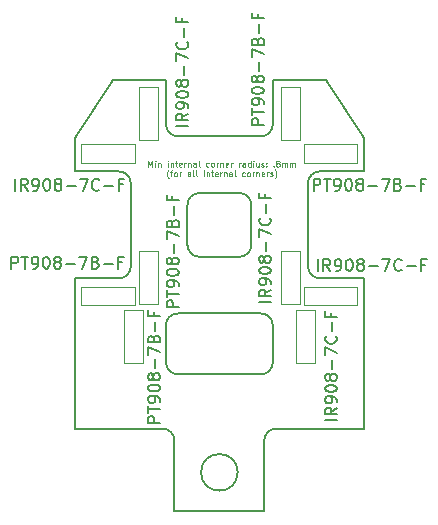
<source format=gbr>
%TF.GenerationSoftware,KiCad,Pcbnew,(6.0.7)*%
%TF.CreationDate,2022-08-28T13:45:58-07:00*%
%TF.ProjectId,cluster,636c7573-7465-4722-9e6b-696361645f70,rev?*%
%TF.SameCoordinates,Original*%
%TF.FileFunction,AssemblyDrawing,Top*%
%FSLAX46Y46*%
G04 Gerber Fmt 4.6, Leading zero omitted, Abs format (unit mm)*
G04 Created by KiCad (PCBNEW (6.0.7)) date 2022-08-28 13:45:58*
%MOMM*%
%LPD*%
G01*
G04 APERTURE LIST*
%ADD10C,0.200000*%
%ADD11C,0.125000*%
%ADD12C,0.150000*%
%ADD13C,0.100000*%
G04 APERTURE END LIST*
D10*
X169950000Y-79075000D02*
G75*
G03*
X170950000Y-80075000I1000000J0D01*
G01*
X170950000Y-80075000D02*
X174700000Y-80075000D01*
X174700000Y-80075000D02*
X174700000Y-92800000D01*
X157925000Y-87200000D02*
G75*
G03*
X158925000Y-88200000I1000000J0D01*
G01*
X157925000Y-87200000D02*
X157925000Y-84050000D01*
X158925000Y-83050000D02*
G75*
G03*
X157925000Y-84050000I0J-1000000D01*
G01*
X174700000Y-92800000D02*
X167250000Y-92800000D01*
X167250000Y-92800000D02*
G75*
G03*
X166250000Y-93800000I0J-1000000D01*
G01*
X166250000Y-93800000D02*
X166250000Y-99800000D01*
X153413088Y-63300000D02*
X157925000Y-63300000D01*
X157925000Y-63300000D02*
X157925000Y-67050000D01*
X157925000Y-67050000D02*
G75*
G03*
X158925000Y-68050000I1000000J0D01*
G01*
X166250000Y-99800000D02*
X158650000Y-99800000D01*
X158650000Y-99800000D02*
X158650000Y-93800000D01*
X158650000Y-93800000D02*
G75*
G03*
X157650000Y-92800000I-1000000J0D01*
G01*
X160750000Y-72850000D02*
X164150000Y-72850000D01*
X165150000Y-73850000D02*
G75*
G03*
X164150000Y-72850000I-1000000J0D01*
G01*
X165150000Y-73850000D02*
X165150000Y-77250000D01*
X164000000Y-96500000D02*
G75*
G03*
X164000000Y-96500000I-1550000J0D01*
G01*
X159750000Y-77250000D02*
G75*
G03*
X160750000Y-78250000I1000000J0D01*
G01*
X160750000Y-72850000D02*
G75*
G03*
X159750000Y-73850000I0J-1000000D01*
G01*
X166975000Y-63300000D02*
X171486911Y-63300000D01*
D11*
X156447619Y-70623690D02*
X156447619Y-70123690D01*
X156614285Y-70480833D01*
X156780952Y-70123690D01*
X156780952Y-70623690D01*
X157019047Y-70623690D02*
X157019047Y-70290357D01*
X157019047Y-70123690D02*
X156995238Y-70147500D01*
X157019047Y-70171309D01*
X157042857Y-70147500D01*
X157019047Y-70123690D01*
X157019047Y-70171309D01*
X157257142Y-70290357D02*
X157257142Y-70623690D01*
X157257142Y-70337976D02*
X157280952Y-70314166D01*
X157328571Y-70290357D01*
X157400000Y-70290357D01*
X157447619Y-70314166D01*
X157471428Y-70361785D01*
X157471428Y-70623690D01*
X158090476Y-70623690D02*
X158090476Y-70290357D01*
X158090476Y-70123690D02*
X158066666Y-70147500D01*
X158090476Y-70171309D01*
X158114285Y-70147500D01*
X158090476Y-70123690D01*
X158090476Y-70171309D01*
X158328571Y-70290357D02*
X158328571Y-70623690D01*
X158328571Y-70337976D02*
X158352380Y-70314166D01*
X158400000Y-70290357D01*
X158471428Y-70290357D01*
X158519047Y-70314166D01*
X158542857Y-70361785D01*
X158542857Y-70623690D01*
X158709523Y-70290357D02*
X158900000Y-70290357D01*
X158780952Y-70123690D02*
X158780952Y-70552261D01*
X158804761Y-70599880D01*
X158852380Y-70623690D01*
X158900000Y-70623690D01*
X159257142Y-70599880D02*
X159209523Y-70623690D01*
X159114285Y-70623690D01*
X159066666Y-70599880D01*
X159042857Y-70552261D01*
X159042857Y-70361785D01*
X159066666Y-70314166D01*
X159114285Y-70290357D01*
X159209523Y-70290357D01*
X159257142Y-70314166D01*
X159280952Y-70361785D01*
X159280952Y-70409404D01*
X159042857Y-70457023D01*
X159495238Y-70623690D02*
X159495238Y-70290357D01*
X159495238Y-70385595D02*
X159519047Y-70337976D01*
X159542857Y-70314166D01*
X159590476Y-70290357D01*
X159638095Y-70290357D01*
X159804761Y-70290357D02*
X159804761Y-70623690D01*
X159804761Y-70337976D02*
X159828571Y-70314166D01*
X159876190Y-70290357D01*
X159947619Y-70290357D01*
X159995238Y-70314166D01*
X160019047Y-70361785D01*
X160019047Y-70623690D01*
X160471428Y-70623690D02*
X160471428Y-70361785D01*
X160447619Y-70314166D01*
X160400000Y-70290357D01*
X160304761Y-70290357D01*
X160257142Y-70314166D01*
X160471428Y-70599880D02*
X160423809Y-70623690D01*
X160304761Y-70623690D01*
X160257142Y-70599880D01*
X160233333Y-70552261D01*
X160233333Y-70504642D01*
X160257142Y-70457023D01*
X160304761Y-70433214D01*
X160423809Y-70433214D01*
X160471428Y-70409404D01*
X160780952Y-70623690D02*
X160733333Y-70599880D01*
X160709523Y-70552261D01*
X160709523Y-70123690D01*
X161566666Y-70599880D02*
X161519047Y-70623690D01*
X161423809Y-70623690D01*
X161376190Y-70599880D01*
X161352380Y-70576071D01*
X161328571Y-70528452D01*
X161328571Y-70385595D01*
X161352380Y-70337976D01*
X161376190Y-70314166D01*
X161423809Y-70290357D01*
X161519047Y-70290357D01*
X161566666Y-70314166D01*
X161852380Y-70623690D02*
X161804761Y-70599880D01*
X161780952Y-70576071D01*
X161757142Y-70528452D01*
X161757142Y-70385595D01*
X161780952Y-70337976D01*
X161804761Y-70314166D01*
X161852380Y-70290357D01*
X161923809Y-70290357D01*
X161971428Y-70314166D01*
X161995238Y-70337976D01*
X162019047Y-70385595D01*
X162019047Y-70528452D01*
X161995238Y-70576071D01*
X161971428Y-70599880D01*
X161923809Y-70623690D01*
X161852380Y-70623690D01*
X162233333Y-70623690D02*
X162233333Y-70290357D01*
X162233333Y-70385595D02*
X162257142Y-70337976D01*
X162280952Y-70314166D01*
X162328571Y-70290357D01*
X162376190Y-70290357D01*
X162542857Y-70290357D02*
X162542857Y-70623690D01*
X162542857Y-70337976D02*
X162566666Y-70314166D01*
X162614285Y-70290357D01*
X162685714Y-70290357D01*
X162733333Y-70314166D01*
X162757142Y-70361785D01*
X162757142Y-70623690D01*
X163185714Y-70599880D02*
X163138095Y-70623690D01*
X163042857Y-70623690D01*
X162995238Y-70599880D01*
X162971428Y-70552261D01*
X162971428Y-70361785D01*
X162995238Y-70314166D01*
X163042857Y-70290357D01*
X163138095Y-70290357D01*
X163185714Y-70314166D01*
X163209523Y-70361785D01*
X163209523Y-70409404D01*
X162971428Y-70457023D01*
X163423809Y-70623690D02*
X163423809Y-70290357D01*
X163423809Y-70385595D02*
X163447619Y-70337976D01*
X163471428Y-70314166D01*
X163519047Y-70290357D01*
X163566666Y-70290357D01*
X164114285Y-70623690D02*
X164114285Y-70290357D01*
X164114285Y-70385595D02*
X164138095Y-70337976D01*
X164161904Y-70314166D01*
X164209523Y-70290357D01*
X164257142Y-70290357D01*
X164638095Y-70623690D02*
X164638095Y-70361785D01*
X164614285Y-70314166D01*
X164566666Y-70290357D01*
X164471428Y-70290357D01*
X164423809Y-70314166D01*
X164638095Y-70599880D02*
X164590476Y-70623690D01*
X164471428Y-70623690D01*
X164423809Y-70599880D01*
X164400000Y-70552261D01*
X164400000Y-70504642D01*
X164423809Y-70457023D01*
X164471428Y-70433214D01*
X164590476Y-70433214D01*
X164638095Y-70409404D01*
X165090476Y-70623690D02*
X165090476Y-70123690D01*
X165090476Y-70599880D02*
X165042857Y-70623690D01*
X164947619Y-70623690D01*
X164900000Y-70599880D01*
X164876190Y-70576071D01*
X164852380Y-70528452D01*
X164852380Y-70385595D01*
X164876190Y-70337976D01*
X164900000Y-70314166D01*
X164947619Y-70290357D01*
X165042857Y-70290357D01*
X165090476Y-70314166D01*
X165328571Y-70623690D02*
X165328571Y-70290357D01*
X165328571Y-70123690D02*
X165304761Y-70147500D01*
X165328571Y-70171309D01*
X165352380Y-70147500D01*
X165328571Y-70123690D01*
X165328571Y-70171309D01*
X165780952Y-70290357D02*
X165780952Y-70623690D01*
X165566666Y-70290357D02*
X165566666Y-70552261D01*
X165590476Y-70599880D01*
X165638095Y-70623690D01*
X165709523Y-70623690D01*
X165757142Y-70599880D01*
X165780952Y-70576071D01*
X165995238Y-70599880D02*
X166042857Y-70623690D01*
X166138095Y-70623690D01*
X166185714Y-70599880D01*
X166209523Y-70552261D01*
X166209523Y-70528452D01*
X166185714Y-70480833D01*
X166138095Y-70457023D01*
X166066666Y-70457023D01*
X166019047Y-70433214D01*
X165995238Y-70385595D01*
X165995238Y-70361785D01*
X166019047Y-70314166D01*
X166066666Y-70290357D01*
X166138095Y-70290357D01*
X166185714Y-70314166D01*
X166423809Y-70576071D02*
X166447619Y-70599880D01*
X166423809Y-70623690D01*
X166400000Y-70599880D01*
X166423809Y-70576071D01*
X166423809Y-70623690D01*
X166423809Y-70314166D02*
X166447619Y-70337976D01*
X166423809Y-70361785D01*
X166400000Y-70337976D01*
X166423809Y-70314166D01*
X166423809Y-70361785D01*
X167042857Y-70576071D02*
X167066666Y-70599880D01*
X167042857Y-70623690D01*
X167019047Y-70599880D01*
X167042857Y-70576071D01*
X167042857Y-70623690D01*
X167352380Y-70337976D02*
X167304761Y-70314166D01*
X167280952Y-70290357D01*
X167257142Y-70242738D01*
X167257142Y-70218928D01*
X167280952Y-70171309D01*
X167304761Y-70147500D01*
X167352380Y-70123690D01*
X167447619Y-70123690D01*
X167495238Y-70147500D01*
X167519047Y-70171309D01*
X167542857Y-70218928D01*
X167542857Y-70242738D01*
X167519047Y-70290357D01*
X167495238Y-70314166D01*
X167447619Y-70337976D01*
X167352380Y-70337976D01*
X167304761Y-70361785D01*
X167280952Y-70385595D01*
X167257142Y-70433214D01*
X167257142Y-70528452D01*
X167280952Y-70576071D01*
X167304761Y-70599880D01*
X167352380Y-70623690D01*
X167447619Y-70623690D01*
X167495238Y-70599880D01*
X167519047Y-70576071D01*
X167542857Y-70528452D01*
X167542857Y-70433214D01*
X167519047Y-70385595D01*
X167495238Y-70361785D01*
X167447619Y-70337976D01*
X167757142Y-70623690D02*
X167757142Y-70290357D01*
X167757142Y-70337976D02*
X167780952Y-70314166D01*
X167828571Y-70290357D01*
X167900000Y-70290357D01*
X167947619Y-70314166D01*
X167971428Y-70361785D01*
X167971428Y-70623690D01*
X167971428Y-70361785D02*
X167995238Y-70314166D01*
X168042857Y-70290357D01*
X168114285Y-70290357D01*
X168161904Y-70314166D01*
X168185714Y-70361785D01*
X168185714Y-70623690D01*
X168423809Y-70623690D02*
X168423809Y-70290357D01*
X168423809Y-70337976D02*
X168447619Y-70314166D01*
X168495238Y-70290357D01*
X168566666Y-70290357D01*
X168614285Y-70314166D01*
X168638095Y-70361785D01*
X168638095Y-70623690D01*
X168638095Y-70361785D02*
X168661904Y-70314166D01*
X168709523Y-70290357D01*
X168780952Y-70290357D01*
X168828571Y-70314166D01*
X168852380Y-70361785D01*
X168852380Y-70623690D01*
X158161904Y-71619166D02*
X158138095Y-71595357D01*
X158090476Y-71523928D01*
X158066666Y-71476309D01*
X158042857Y-71404880D01*
X158019047Y-71285833D01*
X158019047Y-71190595D01*
X158042857Y-71071547D01*
X158066666Y-71000119D01*
X158090476Y-70952500D01*
X158138095Y-70881071D01*
X158161904Y-70857261D01*
X158280952Y-71095357D02*
X158471428Y-71095357D01*
X158352380Y-71428690D02*
X158352380Y-71000119D01*
X158376190Y-70952500D01*
X158423809Y-70928690D01*
X158471428Y-70928690D01*
X158709523Y-71428690D02*
X158661904Y-71404880D01*
X158638095Y-71381071D01*
X158614285Y-71333452D01*
X158614285Y-71190595D01*
X158638095Y-71142976D01*
X158661904Y-71119166D01*
X158709523Y-71095357D01*
X158780952Y-71095357D01*
X158828571Y-71119166D01*
X158852380Y-71142976D01*
X158876190Y-71190595D01*
X158876190Y-71333452D01*
X158852380Y-71381071D01*
X158828571Y-71404880D01*
X158780952Y-71428690D01*
X158709523Y-71428690D01*
X159090476Y-71428690D02*
X159090476Y-71095357D01*
X159090476Y-71190595D02*
X159114285Y-71142976D01*
X159138095Y-71119166D01*
X159185714Y-71095357D01*
X159233333Y-71095357D01*
X159995238Y-71428690D02*
X159995238Y-71166785D01*
X159971428Y-71119166D01*
X159923809Y-71095357D01*
X159828571Y-71095357D01*
X159780952Y-71119166D01*
X159995238Y-71404880D02*
X159947619Y-71428690D01*
X159828571Y-71428690D01*
X159780952Y-71404880D01*
X159757142Y-71357261D01*
X159757142Y-71309642D01*
X159780952Y-71262023D01*
X159828571Y-71238214D01*
X159947619Y-71238214D01*
X159995238Y-71214404D01*
X160304761Y-71428690D02*
X160257142Y-71404880D01*
X160233333Y-71357261D01*
X160233333Y-70928690D01*
X160566666Y-71428690D02*
X160519047Y-71404880D01*
X160495238Y-71357261D01*
X160495238Y-70928690D01*
X161138095Y-71428690D02*
X161138095Y-71095357D01*
X161138095Y-70928690D02*
X161114285Y-70952500D01*
X161138095Y-70976309D01*
X161161904Y-70952500D01*
X161138095Y-70928690D01*
X161138095Y-70976309D01*
X161376190Y-71095357D02*
X161376190Y-71428690D01*
X161376190Y-71142976D02*
X161400000Y-71119166D01*
X161447619Y-71095357D01*
X161519047Y-71095357D01*
X161566666Y-71119166D01*
X161590476Y-71166785D01*
X161590476Y-71428690D01*
X161757142Y-71095357D02*
X161947619Y-71095357D01*
X161828571Y-70928690D02*
X161828571Y-71357261D01*
X161852380Y-71404880D01*
X161900000Y-71428690D01*
X161947619Y-71428690D01*
X162304761Y-71404880D02*
X162257142Y-71428690D01*
X162161904Y-71428690D01*
X162114285Y-71404880D01*
X162090476Y-71357261D01*
X162090476Y-71166785D01*
X162114285Y-71119166D01*
X162161904Y-71095357D01*
X162257142Y-71095357D01*
X162304761Y-71119166D01*
X162328571Y-71166785D01*
X162328571Y-71214404D01*
X162090476Y-71262023D01*
X162542857Y-71428690D02*
X162542857Y-71095357D01*
X162542857Y-71190595D02*
X162566666Y-71142976D01*
X162590476Y-71119166D01*
X162638095Y-71095357D01*
X162685714Y-71095357D01*
X162852380Y-71095357D02*
X162852380Y-71428690D01*
X162852380Y-71142976D02*
X162876190Y-71119166D01*
X162923809Y-71095357D01*
X162995238Y-71095357D01*
X163042857Y-71119166D01*
X163066666Y-71166785D01*
X163066666Y-71428690D01*
X163519047Y-71428690D02*
X163519047Y-71166785D01*
X163495238Y-71119166D01*
X163447619Y-71095357D01*
X163352380Y-71095357D01*
X163304761Y-71119166D01*
X163519047Y-71404880D02*
X163471428Y-71428690D01*
X163352380Y-71428690D01*
X163304761Y-71404880D01*
X163280952Y-71357261D01*
X163280952Y-71309642D01*
X163304761Y-71262023D01*
X163352380Y-71238214D01*
X163471428Y-71238214D01*
X163519047Y-71214404D01*
X163828571Y-71428690D02*
X163780952Y-71404880D01*
X163757142Y-71357261D01*
X163757142Y-70928690D01*
X164614285Y-71404880D02*
X164566666Y-71428690D01*
X164471428Y-71428690D01*
X164423809Y-71404880D01*
X164400000Y-71381071D01*
X164376190Y-71333452D01*
X164376190Y-71190595D01*
X164400000Y-71142976D01*
X164423809Y-71119166D01*
X164471428Y-71095357D01*
X164566666Y-71095357D01*
X164614285Y-71119166D01*
X164900000Y-71428690D02*
X164852380Y-71404880D01*
X164828571Y-71381071D01*
X164804761Y-71333452D01*
X164804761Y-71190595D01*
X164828571Y-71142976D01*
X164852380Y-71119166D01*
X164900000Y-71095357D01*
X164971428Y-71095357D01*
X165019047Y-71119166D01*
X165042857Y-71142976D01*
X165066666Y-71190595D01*
X165066666Y-71333452D01*
X165042857Y-71381071D01*
X165019047Y-71404880D01*
X164971428Y-71428690D01*
X164900000Y-71428690D01*
X165280952Y-71428690D02*
X165280952Y-71095357D01*
X165280952Y-71190595D02*
X165304761Y-71142976D01*
X165328571Y-71119166D01*
X165376190Y-71095357D01*
X165423809Y-71095357D01*
X165590476Y-71095357D02*
X165590476Y-71428690D01*
X165590476Y-71142976D02*
X165614285Y-71119166D01*
X165661904Y-71095357D01*
X165733333Y-71095357D01*
X165780952Y-71119166D01*
X165804761Y-71166785D01*
X165804761Y-71428690D01*
X166233333Y-71404880D02*
X166185714Y-71428690D01*
X166090476Y-71428690D01*
X166042857Y-71404880D01*
X166019047Y-71357261D01*
X166019047Y-71166785D01*
X166042857Y-71119166D01*
X166090476Y-71095357D01*
X166185714Y-71095357D01*
X166233333Y-71119166D01*
X166257142Y-71166785D01*
X166257142Y-71214404D01*
X166019047Y-71262023D01*
X166471428Y-71428690D02*
X166471428Y-71095357D01*
X166471428Y-71190595D02*
X166495238Y-71142976D01*
X166519047Y-71119166D01*
X166566666Y-71095357D01*
X166614285Y-71095357D01*
X166757142Y-71404880D02*
X166804761Y-71428690D01*
X166900000Y-71428690D01*
X166947619Y-71404880D01*
X166971428Y-71357261D01*
X166971428Y-71333452D01*
X166947619Y-71285833D01*
X166900000Y-71262023D01*
X166828571Y-71262023D01*
X166780952Y-71238214D01*
X166757142Y-71190595D01*
X166757142Y-71166785D01*
X166780952Y-71119166D01*
X166828571Y-71095357D01*
X166900000Y-71095357D01*
X166947619Y-71119166D01*
X167138095Y-71619166D02*
X167161904Y-71595357D01*
X167209523Y-71523928D01*
X167233333Y-71476309D01*
X167257142Y-71404880D01*
X167280952Y-71285833D01*
X167280952Y-71190595D01*
X167257142Y-71071547D01*
X167233333Y-71000119D01*
X167209523Y-70952500D01*
X167161904Y-70881071D01*
X167138095Y-70857261D01*
D10*
X159750000Y-77250000D02*
X159750000Y-73850000D01*
X157650000Y-92800000D02*
X150200000Y-92800000D01*
X150200000Y-92800000D02*
X150200000Y-80075000D01*
X150200000Y-80075000D02*
X153950000Y-80075000D01*
X166975000Y-84050000D02*
X166975000Y-87200000D01*
X165975000Y-88200000D02*
G75*
G03*
X166975000Y-87200000I0J1000000D01*
G01*
X165975000Y-88200000D02*
X158925000Y-88200000D01*
X164150000Y-78250000D02*
G75*
G03*
X165150000Y-77250000I0J1000000D01*
G01*
X164150000Y-78250000D02*
X160750000Y-78250000D01*
X166975000Y-84050000D02*
G75*
G03*
X165975000Y-83050000I-1000000J0D01*
G01*
X174700000Y-71025000D02*
X170950000Y-71025000D01*
X170950000Y-71025000D02*
G75*
G03*
X169950000Y-72025000I0J-1000000D01*
G01*
X169950000Y-72025000D02*
X169950000Y-79075000D01*
X158925000Y-68050000D02*
X165975000Y-68050000D01*
X165975000Y-68050000D02*
G75*
G03*
X166975000Y-67050000I0J1000000D01*
G01*
X166975000Y-67050000D02*
X166975000Y-63300000D01*
X153950000Y-80075000D02*
G75*
G03*
X154950000Y-79075000I0J1000000D01*
G01*
X154950000Y-79075000D02*
X154950000Y-72025000D01*
X154950000Y-72025000D02*
G75*
G03*
X153950000Y-71025000I-1000000J0D01*
G01*
X153950000Y-71025000D02*
X150200000Y-71025000D01*
X150200000Y-71025000D02*
X150200000Y-68160134D01*
X150200000Y-68160134D02*
X153413088Y-63300000D01*
X158925000Y-83050000D02*
X165975000Y-83050000D01*
X171486911Y-63300000D02*
X174700000Y-68160134D01*
X174700000Y-68160134D02*
X174700000Y-71025000D01*
D12*
%TO.C,PT3*%
X159002380Y-82514285D02*
X158002380Y-82514285D01*
X158002380Y-82133333D01*
X158050000Y-82038095D01*
X158097619Y-81990476D01*
X158192857Y-81942857D01*
X158335714Y-81942857D01*
X158430952Y-81990476D01*
X158478571Y-82038095D01*
X158526190Y-82133333D01*
X158526190Y-82514285D01*
X158002380Y-81657142D02*
X158002380Y-81085714D01*
X159002380Y-81371428D02*
X158002380Y-81371428D01*
X159002380Y-80704761D02*
X159002380Y-80514285D01*
X158954761Y-80419047D01*
X158907142Y-80371428D01*
X158764285Y-80276190D01*
X158573809Y-80228571D01*
X158192857Y-80228571D01*
X158097619Y-80276190D01*
X158050000Y-80323809D01*
X158002380Y-80419047D01*
X158002380Y-80609523D01*
X158050000Y-80704761D01*
X158097619Y-80752380D01*
X158192857Y-80800000D01*
X158430952Y-80800000D01*
X158526190Y-80752380D01*
X158573809Y-80704761D01*
X158621428Y-80609523D01*
X158621428Y-80419047D01*
X158573809Y-80323809D01*
X158526190Y-80276190D01*
X158430952Y-80228571D01*
X158002380Y-79609523D02*
X158002380Y-79514285D01*
X158050000Y-79419047D01*
X158097619Y-79371428D01*
X158192857Y-79323809D01*
X158383333Y-79276190D01*
X158621428Y-79276190D01*
X158811904Y-79323809D01*
X158907142Y-79371428D01*
X158954761Y-79419047D01*
X159002380Y-79514285D01*
X159002380Y-79609523D01*
X158954761Y-79704761D01*
X158907142Y-79752380D01*
X158811904Y-79800000D01*
X158621428Y-79847619D01*
X158383333Y-79847619D01*
X158192857Y-79800000D01*
X158097619Y-79752380D01*
X158050000Y-79704761D01*
X158002380Y-79609523D01*
X158430952Y-78704761D02*
X158383333Y-78800000D01*
X158335714Y-78847619D01*
X158240476Y-78895238D01*
X158192857Y-78895238D01*
X158097619Y-78847619D01*
X158050000Y-78800000D01*
X158002380Y-78704761D01*
X158002380Y-78514285D01*
X158050000Y-78419047D01*
X158097619Y-78371428D01*
X158192857Y-78323809D01*
X158240476Y-78323809D01*
X158335714Y-78371428D01*
X158383333Y-78419047D01*
X158430952Y-78514285D01*
X158430952Y-78704761D01*
X158478571Y-78800000D01*
X158526190Y-78847619D01*
X158621428Y-78895238D01*
X158811904Y-78895238D01*
X158907142Y-78847619D01*
X158954761Y-78800000D01*
X159002380Y-78704761D01*
X159002380Y-78514285D01*
X158954761Y-78419047D01*
X158907142Y-78371428D01*
X158811904Y-78323809D01*
X158621428Y-78323809D01*
X158526190Y-78371428D01*
X158478571Y-78419047D01*
X158430952Y-78514285D01*
X158621428Y-77895238D02*
X158621428Y-77133333D01*
X158002380Y-76752380D02*
X158002380Y-76085714D01*
X159002380Y-76514285D01*
X158478571Y-75371428D02*
X158526190Y-75228571D01*
X158573809Y-75180952D01*
X158669047Y-75133333D01*
X158811904Y-75133333D01*
X158907142Y-75180952D01*
X158954761Y-75228571D01*
X159002380Y-75323809D01*
X159002380Y-75704761D01*
X158002380Y-75704761D01*
X158002380Y-75371428D01*
X158050000Y-75276190D01*
X158097619Y-75228571D01*
X158192857Y-75180952D01*
X158288095Y-75180952D01*
X158383333Y-75228571D01*
X158430952Y-75276190D01*
X158478571Y-75371428D01*
X158478571Y-75704761D01*
X158621428Y-74704761D02*
X158621428Y-73942857D01*
X158478571Y-73133333D02*
X158478571Y-73466666D01*
X159002380Y-73466666D02*
X158002380Y-73466666D01*
X158002380Y-72990476D01*
%TO.C,IR3*%
X166802380Y-82071428D02*
X165802380Y-82071428D01*
X166802380Y-81023809D02*
X166326190Y-81357142D01*
X166802380Y-81595238D02*
X165802380Y-81595238D01*
X165802380Y-81214285D01*
X165850000Y-81119047D01*
X165897619Y-81071428D01*
X165992857Y-81023809D01*
X166135714Y-81023809D01*
X166230952Y-81071428D01*
X166278571Y-81119047D01*
X166326190Y-81214285D01*
X166326190Y-81595238D01*
X166802380Y-80547619D02*
X166802380Y-80357142D01*
X166754761Y-80261904D01*
X166707142Y-80214285D01*
X166564285Y-80119047D01*
X166373809Y-80071428D01*
X165992857Y-80071428D01*
X165897619Y-80119047D01*
X165850000Y-80166666D01*
X165802380Y-80261904D01*
X165802380Y-80452380D01*
X165850000Y-80547619D01*
X165897619Y-80595238D01*
X165992857Y-80642857D01*
X166230952Y-80642857D01*
X166326190Y-80595238D01*
X166373809Y-80547619D01*
X166421428Y-80452380D01*
X166421428Y-80261904D01*
X166373809Y-80166666D01*
X166326190Y-80119047D01*
X166230952Y-80071428D01*
X165802380Y-79452380D02*
X165802380Y-79357142D01*
X165850000Y-79261904D01*
X165897619Y-79214285D01*
X165992857Y-79166666D01*
X166183333Y-79119047D01*
X166421428Y-79119047D01*
X166611904Y-79166666D01*
X166707142Y-79214285D01*
X166754761Y-79261904D01*
X166802380Y-79357142D01*
X166802380Y-79452380D01*
X166754761Y-79547619D01*
X166707142Y-79595238D01*
X166611904Y-79642857D01*
X166421428Y-79690476D01*
X166183333Y-79690476D01*
X165992857Y-79642857D01*
X165897619Y-79595238D01*
X165850000Y-79547619D01*
X165802380Y-79452380D01*
X166230952Y-78547619D02*
X166183333Y-78642857D01*
X166135714Y-78690476D01*
X166040476Y-78738095D01*
X165992857Y-78738095D01*
X165897619Y-78690476D01*
X165850000Y-78642857D01*
X165802380Y-78547619D01*
X165802380Y-78357142D01*
X165850000Y-78261904D01*
X165897619Y-78214285D01*
X165992857Y-78166666D01*
X166040476Y-78166666D01*
X166135714Y-78214285D01*
X166183333Y-78261904D01*
X166230952Y-78357142D01*
X166230952Y-78547619D01*
X166278571Y-78642857D01*
X166326190Y-78690476D01*
X166421428Y-78738095D01*
X166611904Y-78738095D01*
X166707142Y-78690476D01*
X166754761Y-78642857D01*
X166802380Y-78547619D01*
X166802380Y-78357142D01*
X166754761Y-78261904D01*
X166707142Y-78214285D01*
X166611904Y-78166666D01*
X166421428Y-78166666D01*
X166326190Y-78214285D01*
X166278571Y-78261904D01*
X166230952Y-78357142D01*
X166421428Y-77738095D02*
X166421428Y-76976190D01*
X165802380Y-76595238D02*
X165802380Y-75928571D01*
X166802380Y-76357142D01*
X166707142Y-74976190D02*
X166754761Y-75023809D01*
X166802380Y-75166666D01*
X166802380Y-75261904D01*
X166754761Y-75404761D01*
X166659523Y-75500000D01*
X166564285Y-75547619D01*
X166373809Y-75595238D01*
X166230952Y-75595238D01*
X166040476Y-75547619D01*
X165945238Y-75500000D01*
X165850000Y-75404761D01*
X165802380Y-75261904D01*
X165802380Y-75166666D01*
X165850000Y-75023809D01*
X165897619Y-74976190D01*
X166421428Y-74547619D02*
X166421428Y-73785714D01*
X166278571Y-72976190D02*
X166278571Y-73309523D01*
X166802380Y-73309523D02*
X165802380Y-73309523D01*
X165802380Y-72833333D01*
%TO.C,IR4*%
X159802380Y-67171428D02*
X158802380Y-67171428D01*
X159802380Y-66123809D02*
X159326190Y-66457142D01*
X159802380Y-66695238D02*
X158802380Y-66695238D01*
X158802380Y-66314285D01*
X158850000Y-66219047D01*
X158897619Y-66171428D01*
X158992857Y-66123809D01*
X159135714Y-66123809D01*
X159230952Y-66171428D01*
X159278571Y-66219047D01*
X159326190Y-66314285D01*
X159326190Y-66695238D01*
X159802380Y-65647619D02*
X159802380Y-65457142D01*
X159754761Y-65361904D01*
X159707142Y-65314285D01*
X159564285Y-65219047D01*
X159373809Y-65171428D01*
X158992857Y-65171428D01*
X158897619Y-65219047D01*
X158850000Y-65266666D01*
X158802380Y-65361904D01*
X158802380Y-65552380D01*
X158850000Y-65647619D01*
X158897619Y-65695238D01*
X158992857Y-65742857D01*
X159230952Y-65742857D01*
X159326190Y-65695238D01*
X159373809Y-65647619D01*
X159421428Y-65552380D01*
X159421428Y-65361904D01*
X159373809Y-65266666D01*
X159326190Y-65219047D01*
X159230952Y-65171428D01*
X158802380Y-64552380D02*
X158802380Y-64457142D01*
X158850000Y-64361904D01*
X158897619Y-64314285D01*
X158992857Y-64266666D01*
X159183333Y-64219047D01*
X159421428Y-64219047D01*
X159611904Y-64266666D01*
X159707142Y-64314285D01*
X159754761Y-64361904D01*
X159802380Y-64457142D01*
X159802380Y-64552380D01*
X159754761Y-64647619D01*
X159707142Y-64695238D01*
X159611904Y-64742857D01*
X159421428Y-64790476D01*
X159183333Y-64790476D01*
X158992857Y-64742857D01*
X158897619Y-64695238D01*
X158850000Y-64647619D01*
X158802380Y-64552380D01*
X159230952Y-63647619D02*
X159183333Y-63742857D01*
X159135714Y-63790476D01*
X159040476Y-63838095D01*
X158992857Y-63838095D01*
X158897619Y-63790476D01*
X158850000Y-63742857D01*
X158802380Y-63647619D01*
X158802380Y-63457142D01*
X158850000Y-63361904D01*
X158897619Y-63314285D01*
X158992857Y-63266666D01*
X159040476Y-63266666D01*
X159135714Y-63314285D01*
X159183333Y-63361904D01*
X159230952Y-63457142D01*
X159230952Y-63647619D01*
X159278571Y-63742857D01*
X159326190Y-63790476D01*
X159421428Y-63838095D01*
X159611904Y-63838095D01*
X159707142Y-63790476D01*
X159754761Y-63742857D01*
X159802380Y-63647619D01*
X159802380Y-63457142D01*
X159754761Y-63361904D01*
X159707142Y-63314285D01*
X159611904Y-63266666D01*
X159421428Y-63266666D01*
X159326190Y-63314285D01*
X159278571Y-63361904D01*
X159230952Y-63457142D01*
X159421428Y-62838095D02*
X159421428Y-62076190D01*
X158802380Y-61695238D02*
X158802380Y-61028571D01*
X159802380Y-61457142D01*
X159707142Y-60076190D02*
X159754761Y-60123809D01*
X159802380Y-60266666D01*
X159802380Y-60361904D01*
X159754761Y-60504761D01*
X159659523Y-60600000D01*
X159564285Y-60647619D01*
X159373809Y-60695238D01*
X159230952Y-60695238D01*
X159040476Y-60647619D01*
X158945238Y-60600000D01*
X158850000Y-60504761D01*
X158802380Y-60361904D01*
X158802380Y-60266666D01*
X158850000Y-60123809D01*
X158897619Y-60076190D01*
X159421428Y-59647619D02*
X159421428Y-58885714D01*
X159278571Y-58076190D02*
X159278571Y-58409523D01*
X159802380Y-58409523D02*
X158802380Y-58409523D01*
X158802380Y-57933333D01*
%TO.C,PT4*%
X166202380Y-67114285D02*
X165202380Y-67114285D01*
X165202380Y-66733333D01*
X165250000Y-66638095D01*
X165297619Y-66590476D01*
X165392857Y-66542857D01*
X165535714Y-66542857D01*
X165630952Y-66590476D01*
X165678571Y-66638095D01*
X165726190Y-66733333D01*
X165726190Y-67114285D01*
X165202380Y-66257142D02*
X165202380Y-65685714D01*
X166202380Y-65971428D02*
X165202380Y-65971428D01*
X166202380Y-65304761D02*
X166202380Y-65114285D01*
X166154761Y-65019047D01*
X166107142Y-64971428D01*
X165964285Y-64876190D01*
X165773809Y-64828571D01*
X165392857Y-64828571D01*
X165297619Y-64876190D01*
X165250000Y-64923809D01*
X165202380Y-65019047D01*
X165202380Y-65209523D01*
X165250000Y-65304761D01*
X165297619Y-65352380D01*
X165392857Y-65400000D01*
X165630952Y-65400000D01*
X165726190Y-65352380D01*
X165773809Y-65304761D01*
X165821428Y-65209523D01*
X165821428Y-65019047D01*
X165773809Y-64923809D01*
X165726190Y-64876190D01*
X165630952Y-64828571D01*
X165202380Y-64209523D02*
X165202380Y-64114285D01*
X165250000Y-64019047D01*
X165297619Y-63971428D01*
X165392857Y-63923809D01*
X165583333Y-63876190D01*
X165821428Y-63876190D01*
X166011904Y-63923809D01*
X166107142Y-63971428D01*
X166154761Y-64019047D01*
X166202380Y-64114285D01*
X166202380Y-64209523D01*
X166154761Y-64304761D01*
X166107142Y-64352380D01*
X166011904Y-64400000D01*
X165821428Y-64447619D01*
X165583333Y-64447619D01*
X165392857Y-64400000D01*
X165297619Y-64352380D01*
X165250000Y-64304761D01*
X165202380Y-64209523D01*
X165630952Y-63304761D02*
X165583333Y-63400000D01*
X165535714Y-63447619D01*
X165440476Y-63495238D01*
X165392857Y-63495238D01*
X165297619Y-63447619D01*
X165250000Y-63400000D01*
X165202380Y-63304761D01*
X165202380Y-63114285D01*
X165250000Y-63019047D01*
X165297619Y-62971428D01*
X165392857Y-62923809D01*
X165440476Y-62923809D01*
X165535714Y-62971428D01*
X165583333Y-63019047D01*
X165630952Y-63114285D01*
X165630952Y-63304761D01*
X165678571Y-63400000D01*
X165726190Y-63447619D01*
X165821428Y-63495238D01*
X166011904Y-63495238D01*
X166107142Y-63447619D01*
X166154761Y-63400000D01*
X166202380Y-63304761D01*
X166202380Y-63114285D01*
X166154761Y-63019047D01*
X166107142Y-62971428D01*
X166011904Y-62923809D01*
X165821428Y-62923809D01*
X165726190Y-62971428D01*
X165678571Y-63019047D01*
X165630952Y-63114285D01*
X165821428Y-62495238D02*
X165821428Y-61733333D01*
X165202380Y-61352380D02*
X165202380Y-60685714D01*
X166202380Y-61114285D01*
X165678571Y-59971428D02*
X165726190Y-59828571D01*
X165773809Y-59780952D01*
X165869047Y-59733333D01*
X166011904Y-59733333D01*
X166107142Y-59780952D01*
X166154761Y-59828571D01*
X166202380Y-59923809D01*
X166202380Y-60304761D01*
X165202380Y-60304761D01*
X165202380Y-59971428D01*
X165250000Y-59876190D01*
X165297619Y-59828571D01*
X165392857Y-59780952D01*
X165488095Y-59780952D01*
X165583333Y-59828571D01*
X165630952Y-59876190D01*
X165678571Y-59971428D01*
X165678571Y-60304761D01*
X165821428Y-59304761D02*
X165821428Y-58542857D01*
X165678571Y-57733333D02*
X165678571Y-58066666D01*
X166202380Y-58066666D02*
X165202380Y-58066666D01*
X165202380Y-57590476D01*
%TO.C,PT2*%
X157402380Y-92314285D02*
X156402380Y-92314285D01*
X156402380Y-91933333D01*
X156450000Y-91838095D01*
X156497619Y-91790476D01*
X156592857Y-91742857D01*
X156735714Y-91742857D01*
X156830952Y-91790476D01*
X156878571Y-91838095D01*
X156926190Y-91933333D01*
X156926190Y-92314285D01*
X156402380Y-91457142D02*
X156402380Y-90885714D01*
X157402380Y-91171428D02*
X156402380Y-91171428D01*
X157402380Y-90504761D02*
X157402380Y-90314285D01*
X157354761Y-90219047D01*
X157307142Y-90171428D01*
X157164285Y-90076190D01*
X156973809Y-90028571D01*
X156592857Y-90028571D01*
X156497619Y-90076190D01*
X156450000Y-90123809D01*
X156402380Y-90219047D01*
X156402380Y-90409523D01*
X156450000Y-90504761D01*
X156497619Y-90552380D01*
X156592857Y-90600000D01*
X156830952Y-90600000D01*
X156926190Y-90552380D01*
X156973809Y-90504761D01*
X157021428Y-90409523D01*
X157021428Y-90219047D01*
X156973809Y-90123809D01*
X156926190Y-90076190D01*
X156830952Y-90028571D01*
X156402380Y-89409523D02*
X156402380Y-89314285D01*
X156450000Y-89219047D01*
X156497619Y-89171428D01*
X156592857Y-89123809D01*
X156783333Y-89076190D01*
X157021428Y-89076190D01*
X157211904Y-89123809D01*
X157307142Y-89171428D01*
X157354761Y-89219047D01*
X157402380Y-89314285D01*
X157402380Y-89409523D01*
X157354761Y-89504761D01*
X157307142Y-89552380D01*
X157211904Y-89600000D01*
X157021428Y-89647619D01*
X156783333Y-89647619D01*
X156592857Y-89600000D01*
X156497619Y-89552380D01*
X156450000Y-89504761D01*
X156402380Y-89409523D01*
X156830952Y-88504761D02*
X156783333Y-88600000D01*
X156735714Y-88647619D01*
X156640476Y-88695238D01*
X156592857Y-88695238D01*
X156497619Y-88647619D01*
X156450000Y-88600000D01*
X156402380Y-88504761D01*
X156402380Y-88314285D01*
X156450000Y-88219047D01*
X156497619Y-88171428D01*
X156592857Y-88123809D01*
X156640476Y-88123809D01*
X156735714Y-88171428D01*
X156783333Y-88219047D01*
X156830952Y-88314285D01*
X156830952Y-88504761D01*
X156878571Y-88600000D01*
X156926190Y-88647619D01*
X157021428Y-88695238D01*
X157211904Y-88695238D01*
X157307142Y-88647619D01*
X157354761Y-88600000D01*
X157402380Y-88504761D01*
X157402380Y-88314285D01*
X157354761Y-88219047D01*
X157307142Y-88171428D01*
X157211904Y-88123809D01*
X157021428Y-88123809D01*
X156926190Y-88171428D01*
X156878571Y-88219047D01*
X156830952Y-88314285D01*
X157021428Y-87695238D02*
X157021428Y-86933333D01*
X156402380Y-86552380D02*
X156402380Y-85885714D01*
X157402380Y-86314285D01*
X156878571Y-85171428D02*
X156926190Y-85028571D01*
X156973809Y-84980952D01*
X157069047Y-84933333D01*
X157211904Y-84933333D01*
X157307142Y-84980952D01*
X157354761Y-85028571D01*
X157402380Y-85123809D01*
X157402380Y-85504761D01*
X156402380Y-85504761D01*
X156402380Y-85171428D01*
X156450000Y-85076190D01*
X156497619Y-85028571D01*
X156592857Y-84980952D01*
X156688095Y-84980952D01*
X156783333Y-85028571D01*
X156830952Y-85076190D01*
X156878571Y-85171428D01*
X156878571Y-85504761D01*
X157021428Y-84504761D02*
X157021428Y-83742857D01*
X156878571Y-82933333D02*
X156878571Y-83266666D01*
X157402380Y-83266666D02*
X156402380Y-83266666D01*
X156402380Y-82790476D01*
%TO.C,IR2*%
X172402380Y-92071428D02*
X171402380Y-92071428D01*
X172402380Y-91023809D02*
X171926190Y-91357142D01*
X172402380Y-91595238D02*
X171402380Y-91595238D01*
X171402380Y-91214285D01*
X171450000Y-91119047D01*
X171497619Y-91071428D01*
X171592857Y-91023809D01*
X171735714Y-91023809D01*
X171830952Y-91071428D01*
X171878571Y-91119047D01*
X171926190Y-91214285D01*
X171926190Y-91595238D01*
X172402380Y-90547619D02*
X172402380Y-90357142D01*
X172354761Y-90261904D01*
X172307142Y-90214285D01*
X172164285Y-90119047D01*
X171973809Y-90071428D01*
X171592857Y-90071428D01*
X171497619Y-90119047D01*
X171450000Y-90166666D01*
X171402380Y-90261904D01*
X171402380Y-90452380D01*
X171450000Y-90547619D01*
X171497619Y-90595238D01*
X171592857Y-90642857D01*
X171830952Y-90642857D01*
X171926190Y-90595238D01*
X171973809Y-90547619D01*
X172021428Y-90452380D01*
X172021428Y-90261904D01*
X171973809Y-90166666D01*
X171926190Y-90119047D01*
X171830952Y-90071428D01*
X171402380Y-89452380D02*
X171402380Y-89357142D01*
X171450000Y-89261904D01*
X171497619Y-89214285D01*
X171592857Y-89166666D01*
X171783333Y-89119047D01*
X172021428Y-89119047D01*
X172211904Y-89166666D01*
X172307142Y-89214285D01*
X172354761Y-89261904D01*
X172402380Y-89357142D01*
X172402380Y-89452380D01*
X172354761Y-89547619D01*
X172307142Y-89595238D01*
X172211904Y-89642857D01*
X172021428Y-89690476D01*
X171783333Y-89690476D01*
X171592857Y-89642857D01*
X171497619Y-89595238D01*
X171450000Y-89547619D01*
X171402380Y-89452380D01*
X171830952Y-88547619D02*
X171783333Y-88642857D01*
X171735714Y-88690476D01*
X171640476Y-88738095D01*
X171592857Y-88738095D01*
X171497619Y-88690476D01*
X171450000Y-88642857D01*
X171402380Y-88547619D01*
X171402380Y-88357142D01*
X171450000Y-88261904D01*
X171497619Y-88214285D01*
X171592857Y-88166666D01*
X171640476Y-88166666D01*
X171735714Y-88214285D01*
X171783333Y-88261904D01*
X171830952Y-88357142D01*
X171830952Y-88547619D01*
X171878571Y-88642857D01*
X171926190Y-88690476D01*
X172021428Y-88738095D01*
X172211904Y-88738095D01*
X172307142Y-88690476D01*
X172354761Y-88642857D01*
X172402380Y-88547619D01*
X172402380Y-88357142D01*
X172354761Y-88261904D01*
X172307142Y-88214285D01*
X172211904Y-88166666D01*
X172021428Y-88166666D01*
X171926190Y-88214285D01*
X171878571Y-88261904D01*
X171830952Y-88357142D01*
X172021428Y-87738095D02*
X172021428Y-86976190D01*
X171402380Y-86595238D02*
X171402380Y-85928571D01*
X172402380Y-86357142D01*
X172307142Y-84976190D02*
X172354761Y-85023809D01*
X172402380Y-85166666D01*
X172402380Y-85261904D01*
X172354761Y-85404761D01*
X172259523Y-85500000D01*
X172164285Y-85547619D01*
X171973809Y-85595238D01*
X171830952Y-85595238D01*
X171640476Y-85547619D01*
X171545238Y-85500000D01*
X171450000Y-85404761D01*
X171402380Y-85261904D01*
X171402380Y-85166666D01*
X171450000Y-85023809D01*
X171497619Y-84976190D01*
X172021428Y-84547619D02*
X172021428Y-83785714D01*
X171878571Y-82976190D02*
X171878571Y-83309523D01*
X172402380Y-83309523D02*
X171402380Y-83309523D01*
X171402380Y-82833333D01*
%TO.C,PT5*%
X170435714Y-72652380D02*
X170435714Y-71652380D01*
X170816666Y-71652380D01*
X170911904Y-71700000D01*
X170959523Y-71747619D01*
X171007142Y-71842857D01*
X171007142Y-71985714D01*
X170959523Y-72080952D01*
X170911904Y-72128571D01*
X170816666Y-72176190D01*
X170435714Y-72176190D01*
X171292857Y-71652380D02*
X171864285Y-71652380D01*
X171578571Y-72652380D02*
X171578571Y-71652380D01*
X172245238Y-72652380D02*
X172435714Y-72652380D01*
X172530952Y-72604761D01*
X172578571Y-72557142D01*
X172673809Y-72414285D01*
X172721428Y-72223809D01*
X172721428Y-71842857D01*
X172673809Y-71747619D01*
X172626190Y-71700000D01*
X172530952Y-71652380D01*
X172340476Y-71652380D01*
X172245238Y-71700000D01*
X172197619Y-71747619D01*
X172150000Y-71842857D01*
X172150000Y-72080952D01*
X172197619Y-72176190D01*
X172245238Y-72223809D01*
X172340476Y-72271428D01*
X172530952Y-72271428D01*
X172626190Y-72223809D01*
X172673809Y-72176190D01*
X172721428Y-72080952D01*
X173340476Y-71652380D02*
X173435714Y-71652380D01*
X173530952Y-71700000D01*
X173578571Y-71747619D01*
X173626190Y-71842857D01*
X173673809Y-72033333D01*
X173673809Y-72271428D01*
X173626190Y-72461904D01*
X173578571Y-72557142D01*
X173530952Y-72604761D01*
X173435714Y-72652380D01*
X173340476Y-72652380D01*
X173245238Y-72604761D01*
X173197619Y-72557142D01*
X173150000Y-72461904D01*
X173102380Y-72271428D01*
X173102380Y-72033333D01*
X173150000Y-71842857D01*
X173197619Y-71747619D01*
X173245238Y-71700000D01*
X173340476Y-71652380D01*
X174245238Y-72080952D02*
X174150000Y-72033333D01*
X174102380Y-71985714D01*
X174054761Y-71890476D01*
X174054761Y-71842857D01*
X174102380Y-71747619D01*
X174150000Y-71700000D01*
X174245238Y-71652380D01*
X174435714Y-71652380D01*
X174530952Y-71700000D01*
X174578571Y-71747619D01*
X174626190Y-71842857D01*
X174626190Y-71890476D01*
X174578571Y-71985714D01*
X174530952Y-72033333D01*
X174435714Y-72080952D01*
X174245238Y-72080952D01*
X174150000Y-72128571D01*
X174102380Y-72176190D01*
X174054761Y-72271428D01*
X174054761Y-72461904D01*
X174102380Y-72557142D01*
X174150000Y-72604761D01*
X174245238Y-72652380D01*
X174435714Y-72652380D01*
X174530952Y-72604761D01*
X174578571Y-72557142D01*
X174626190Y-72461904D01*
X174626190Y-72271428D01*
X174578571Y-72176190D01*
X174530952Y-72128571D01*
X174435714Y-72080952D01*
X175054761Y-72271428D02*
X175816666Y-72271428D01*
X176197619Y-71652380D02*
X176864285Y-71652380D01*
X176435714Y-72652380D01*
X177578571Y-72128571D02*
X177721428Y-72176190D01*
X177769047Y-72223809D01*
X177816666Y-72319047D01*
X177816666Y-72461904D01*
X177769047Y-72557142D01*
X177721428Y-72604761D01*
X177626190Y-72652380D01*
X177245238Y-72652380D01*
X177245238Y-71652380D01*
X177578571Y-71652380D01*
X177673809Y-71700000D01*
X177721428Y-71747619D01*
X177769047Y-71842857D01*
X177769047Y-71938095D01*
X177721428Y-72033333D01*
X177673809Y-72080952D01*
X177578571Y-72128571D01*
X177245238Y-72128571D01*
X178245238Y-72271428D02*
X179007142Y-72271428D01*
X179816666Y-72128571D02*
X179483333Y-72128571D01*
X179483333Y-72652380D02*
X179483333Y-71652380D01*
X179959523Y-71652380D01*
%TO.C,PT1*%
X144835714Y-79252380D02*
X144835714Y-78252380D01*
X145216666Y-78252380D01*
X145311904Y-78300000D01*
X145359523Y-78347619D01*
X145407142Y-78442857D01*
X145407142Y-78585714D01*
X145359523Y-78680952D01*
X145311904Y-78728571D01*
X145216666Y-78776190D01*
X144835714Y-78776190D01*
X145692857Y-78252380D02*
X146264285Y-78252380D01*
X145978571Y-79252380D02*
X145978571Y-78252380D01*
X146645238Y-79252380D02*
X146835714Y-79252380D01*
X146930952Y-79204761D01*
X146978571Y-79157142D01*
X147073809Y-79014285D01*
X147121428Y-78823809D01*
X147121428Y-78442857D01*
X147073809Y-78347619D01*
X147026190Y-78300000D01*
X146930952Y-78252380D01*
X146740476Y-78252380D01*
X146645238Y-78300000D01*
X146597619Y-78347619D01*
X146550000Y-78442857D01*
X146550000Y-78680952D01*
X146597619Y-78776190D01*
X146645238Y-78823809D01*
X146740476Y-78871428D01*
X146930952Y-78871428D01*
X147026190Y-78823809D01*
X147073809Y-78776190D01*
X147121428Y-78680952D01*
X147740476Y-78252380D02*
X147835714Y-78252380D01*
X147930952Y-78300000D01*
X147978571Y-78347619D01*
X148026190Y-78442857D01*
X148073809Y-78633333D01*
X148073809Y-78871428D01*
X148026190Y-79061904D01*
X147978571Y-79157142D01*
X147930952Y-79204761D01*
X147835714Y-79252380D01*
X147740476Y-79252380D01*
X147645238Y-79204761D01*
X147597619Y-79157142D01*
X147550000Y-79061904D01*
X147502380Y-78871428D01*
X147502380Y-78633333D01*
X147550000Y-78442857D01*
X147597619Y-78347619D01*
X147645238Y-78300000D01*
X147740476Y-78252380D01*
X148645238Y-78680952D02*
X148550000Y-78633333D01*
X148502380Y-78585714D01*
X148454761Y-78490476D01*
X148454761Y-78442857D01*
X148502380Y-78347619D01*
X148550000Y-78300000D01*
X148645238Y-78252380D01*
X148835714Y-78252380D01*
X148930952Y-78300000D01*
X148978571Y-78347619D01*
X149026190Y-78442857D01*
X149026190Y-78490476D01*
X148978571Y-78585714D01*
X148930952Y-78633333D01*
X148835714Y-78680952D01*
X148645238Y-78680952D01*
X148550000Y-78728571D01*
X148502380Y-78776190D01*
X148454761Y-78871428D01*
X148454761Y-79061904D01*
X148502380Y-79157142D01*
X148550000Y-79204761D01*
X148645238Y-79252380D01*
X148835714Y-79252380D01*
X148930952Y-79204761D01*
X148978571Y-79157142D01*
X149026190Y-79061904D01*
X149026190Y-78871428D01*
X148978571Y-78776190D01*
X148930952Y-78728571D01*
X148835714Y-78680952D01*
X149454761Y-78871428D02*
X150216666Y-78871428D01*
X150597619Y-78252380D02*
X151264285Y-78252380D01*
X150835714Y-79252380D01*
X151978571Y-78728571D02*
X152121428Y-78776190D01*
X152169047Y-78823809D01*
X152216666Y-78919047D01*
X152216666Y-79061904D01*
X152169047Y-79157142D01*
X152121428Y-79204761D01*
X152026190Y-79252380D01*
X151645238Y-79252380D01*
X151645238Y-78252380D01*
X151978571Y-78252380D01*
X152073809Y-78300000D01*
X152121428Y-78347619D01*
X152169047Y-78442857D01*
X152169047Y-78538095D01*
X152121428Y-78633333D01*
X152073809Y-78680952D01*
X151978571Y-78728571D01*
X151645238Y-78728571D01*
X152645238Y-78871428D02*
X153407142Y-78871428D01*
X154216666Y-78728571D02*
X153883333Y-78728571D01*
X153883333Y-79252380D02*
X153883333Y-78252380D01*
X154359523Y-78252380D01*
%TO.C,IR5*%
X170778571Y-79452380D02*
X170778571Y-78452380D01*
X171826190Y-79452380D02*
X171492857Y-78976190D01*
X171254761Y-79452380D02*
X171254761Y-78452380D01*
X171635714Y-78452380D01*
X171730952Y-78500000D01*
X171778571Y-78547619D01*
X171826190Y-78642857D01*
X171826190Y-78785714D01*
X171778571Y-78880952D01*
X171730952Y-78928571D01*
X171635714Y-78976190D01*
X171254761Y-78976190D01*
X172302380Y-79452380D02*
X172492857Y-79452380D01*
X172588095Y-79404761D01*
X172635714Y-79357142D01*
X172730952Y-79214285D01*
X172778571Y-79023809D01*
X172778571Y-78642857D01*
X172730952Y-78547619D01*
X172683333Y-78500000D01*
X172588095Y-78452380D01*
X172397619Y-78452380D01*
X172302380Y-78500000D01*
X172254761Y-78547619D01*
X172207142Y-78642857D01*
X172207142Y-78880952D01*
X172254761Y-78976190D01*
X172302380Y-79023809D01*
X172397619Y-79071428D01*
X172588095Y-79071428D01*
X172683333Y-79023809D01*
X172730952Y-78976190D01*
X172778571Y-78880952D01*
X173397619Y-78452380D02*
X173492857Y-78452380D01*
X173588095Y-78500000D01*
X173635714Y-78547619D01*
X173683333Y-78642857D01*
X173730952Y-78833333D01*
X173730952Y-79071428D01*
X173683333Y-79261904D01*
X173635714Y-79357142D01*
X173588095Y-79404761D01*
X173492857Y-79452380D01*
X173397619Y-79452380D01*
X173302380Y-79404761D01*
X173254761Y-79357142D01*
X173207142Y-79261904D01*
X173159523Y-79071428D01*
X173159523Y-78833333D01*
X173207142Y-78642857D01*
X173254761Y-78547619D01*
X173302380Y-78500000D01*
X173397619Y-78452380D01*
X174302380Y-78880952D02*
X174207142Y-78833333D01*
X174159523Y-78785714D01*
X174111904Y-78690476D01*
X174111904Y-78642857D01*
X174159523Y-78547619D01*
X174207142Y-78500000D01*
X174302380Y-78452380D01*
X174492857Y-78452380D01*
X174588095Y-78500000D01*
X174635714Y-78547619D01*
X174683333Y-78642857D01*
X174683333Y-78690476D01*
X174635714Y-78785714D01*
X174588095Y-78833333D01*
X174492857Y-78880952D01*
X174302380Y-78880952D01*
X174207142Y-78928571D01*
X174159523Y-78976190D01*
X174111904Y-79071428D01*
X174111904Y-79261904D01*
X174159523Y-79357142D01*
X174207142Y-79404761D01*
X174302380Y-79452380D01*
X174492857Y-79452380D01*
X174588095Y-79404761D01*
X174635714Y-79357142D01*
X174683333Y-79261904D01*
X174683333Y-79071428D01*
X174635714Y-78976190D01*
X174588095Y-78928571D01*
X174492857Y-78880952D01*
X175111904Y-79071428D02*
X175873809Y-79071428D01*
X176254761Y-78452380D02*
X176921428Y-78452380D01*
X176492857Y-79452380D01*
X177873809Y-79357142D02*
X177826190Y-79404761D01*
X177683333Y-79452380D01*
X177588095Y-79452380D01*
X177445238Y-79404761D01*
X177350000Y-79309523D01*
X177302380Y-79214285D01*
X177254761Y-79023809D01*
X177254761Y-78880952D01*
X177302380Y-78690476D01*
X177350000Y-78595238D01*
X177445238Y-78500000D01*
X177588095Y-78452380D01*
X177683333Y-78452380D01*
X177826190Y-78500000D01*
X177873809Y-78547619D01*
X178302380Y-79071428D02*
X179064285Y-79071428D01*
X179873809Y-78928571D02*
X179540476Y-78928571D01*
X179540476Y-79452380D02*
X179540476Y-78452380D01*
X180016666Y-78452380D01*
%TO.C,IR1*%
X145178571Y-72652380D02*
X145178571Y-71652380D01*
X146226190Y-72652380D02*
X145892857Y-72176190D01*
X145654761Y-72652380D02*
X145654761Y-71652380D01*
X146035714Y-71652380D01*
X146130952Y-71700000D01*
X146178571Y-71747619D01*
X146226190Y-71842857D01*
X146226190Y-71985714D01*
X146178571Y-72080952D01*
X146130952Y-72128571D01*
X146035714Y-72176190D01*
X145654761Y-72176190D01*
X146702380Y-72652380D02*
X146892857Y-72652380D01*
X146988095Y-72604761D01*
X147035714Y-72557142D01*
X147130952Y-72414285D01*
X147178571Y-72223809D01*
X147178571Y-71842857D01*
X147130952Y-71747619D01*
X147083333Y-71700000D01*
X146988095Y-71652380D01*
X146797619Y-71652380D01*
X146702380Y-71700000D01*
X146654761Y-71747619D01*
X146607142Y-71842857D01*
X146607142Y-72080952D01*
X146654761Y-72176190D01*
X146702380Y-72223809D01*
X146797619Y-72271428D01*
X146988095Y-72271428D01*
X147083333Y-72223809D01*
X147130952Y-72176190D01*
X147178571Y-72080952D01*
X147797619Y-71652380D02*
X147892857Y-71652380D01*
X147988095Y-71700000D01*
X148035714Y-71747619D01*
X148083333Y-71842857D01*
X148130952Y-72033333D01*
X148130952Y-72271428D01*
X148083333Y-72461904D01*
X148035714Y-72557142D01*
X147988095Y-72604761D01*
X147892857Y-72652380D01*
X147797619Y-72652380D01*
X147702380Y-72604761D01*
X147654761Y-72557142D01*
X147607142Y-72461904D01*
X147559523Y-72271428D01*
X147559523Y-72033333D01*
X147607142Y-71842857D01*
X147654761Y-71747619D01*
X147702380Y-71700000D01*
X147797619Y-71652380D01*
X148702380Y-72080952D02*
X148607142Y-72033333D01*
X148559523Y-71985714D01*
X148511904Y-71890476D01*
X148511904Y-71842857D01*
X148559523Y-71747619D01*
X148607142Y-71700000D01*
X148702380Y-71652380D01*
X148892857Y-71652380D01*
X148988095Y-71700000D01*
X149035714Y-71747619D01*
X149083333Y-71842857D01*
X149083333Y-71890476D01*
X149035714Y-71985714D01*
X148988095Y-72033333D01*
X148892857Y-72080952D01*
X148702380Y-72080952D01*
X148607142Y-72128571D01*
X148559523Y-72176190D01*
X148511904Y-72271428D01*
X148511904Y-72461904D01*
X148559523Y-72557142D01*
X148607142Y-72604761D01*
X148702380Y-72652380D01*
X148892857Y-72652380D01*
X148988095Y-72604761D01*
X149035714Y-72557142D01*
X149083333Y-72461904D01*
X149083333Y-72271428D01*
X149035714Y-72176190D01*
X148988095Y-72128571D01*
X148892857Y-72080952D01*
X149511904Y-72271428D02*
X150273809Y-72271428D01*
X150654761Y-71652380D02*
X151321428Y-71652380D01*
X150892857Y-72652380D01*
X152273809Y-72557142D02*
X152226190Y-72604761D01*
X152083333Y-72652380D01*
X151988095Y-72652380D01*
X151845238Y-72604761D01*
X151750000Y-72509523D01*
X151702380Y-72414285D01*
X151654761Y-72223809D01*
X151654761Y-72080952D01*
X151702380Y-71890476D01*
X151750000Y-71795238D01*
X151845238Y-71700000D01*
X151988095Y-71652380D01*
X152083333Y-71652380D01*
X152226190Y-71700000D01*
X152273809Y-71747619D01*
X152702380Y-72271428D02*
X153464285Y-72271428D01*
X154273809Y-72128571D02*
X153940476Y-72128571D01*
X153940476Y-72652380D02*
X153940476Y-71652380D01*
X154416666Y-71652380D01*
D13*
%TO.C,PT3*%
X155625000Y-82225000D02*
X157225000Y-82225000D01*
X157225000Y-82225000D02*
X157225000Y-77725000D01*
X157225000Y-77725000D02*
X155625000Y-77725000D01*
X155625000Y-77725000D02*
X155625000Y-82225000D01*
%TO.C,IR3*%
X169275000Y-77725000D02*
X167675000Y-77725000D01*
X167675000Y-77725000D02*
X167675000Y-82225000D01*
X167675000Y-82225000D02*
X169275000Y-82225000D01*
X169275000Y-82225000D02*
X169275000Y-77725000D01*
%TO.C,IR4*%
X155625000Y-68375000D02*
X157225000Y-68375000D01*
X157225000Y-68375000D02*
X157225000Y-63875000D01*
X157225000Y-63875000D02*
X155625000Y-63875000D01*
X155625000Y-63875000D02*
X155625000Y-68375000D01*
%TO.C,PT4*%
X169275000Y-63875000D02*
X167675000Y-63875000D01*
X167675000Y-63875000D02*
X167675000Y-68375000D01*
X167675000Y-68375000D02*
X169275000Y-68375000D01*
X169275000Y-68375000D02*
X169275000Y-63875000D01*
%TO.C,PT2*%
X154375000Y-87225000D02*
X155975000Y-87225000D01*
X155975000Y-87225000D02*
X155975000Y-82725000D01*
X155975000Y-82725000D02*
X154375000Y-82725000D01*
X154375000Y-82725000D02*
X154375000Y-87225000D01*
%TO.C,IR2*%
X170525000Y-82725000D02*
X168925000Y-82725000D01*
X168925000Y-82725000D02*
X168925000Y-87225000D01*
X168925000Y-87225000D02*
X170525000Y-87225000D01*
X170525000Y-87225000D02*
X170525000Y-82725000D01*
%TO.C,PT5*%
X169625000Y-68725000D02*
X169625000Y-70325000D01*
X169625000Y-70325000D02*
X174125000Y-70325000D01*
X174125000Y-70325000D02*
X174125000Y-68725000D01*
X174125000Y-68725000D02*
X169625000Y-68725000D01*
%TO.C,PT1*%
X155275000Y-82375000D02*
X155275000Y-80775000D01*
X155275000Y-80775000D02*
X150775000Y-80775000D01*
X150775000Y-80775000D02*
X150775000Y-82375000D01*
X150775000Y-82375000D02*
X155275000Y-82375000D01*
%TO.C,IR5*%
X174125000Y-82375000D02*
X174125000Y-80775000D01*
X174125000Y-80775000D02*
X169625000Y-80775000D01*
X169625000Y-80775000D02*
X169625000Y-82375000D01*
X169625000Y-82375000D02*
X174125000Y-82375000D01*
%TO.C,IR1*%
X150775000Y-68725000D02*
X150775000Y-70325000D01*
X150775000Y-70325000D02*
X155275000Y-70325000D01*
X155275000Y-70325000D02*
X155275000Y-68725000D01*
X155275000Y-68725000D02*
X150775000Y-68725000D01*
%TD*%
M02*

</source>
